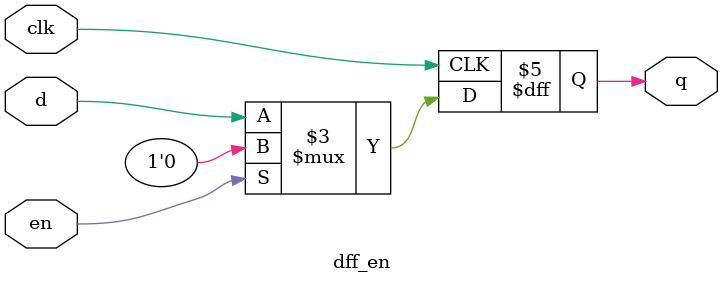
<source format=v>
module dff_en(
input clk,en,d,
output reg q
    );
    always @(posedge clk) begin
      if(en) begin  
        q <= 0;
      end else begin
        q<= d;
      end
    end
endmodule

</source>
